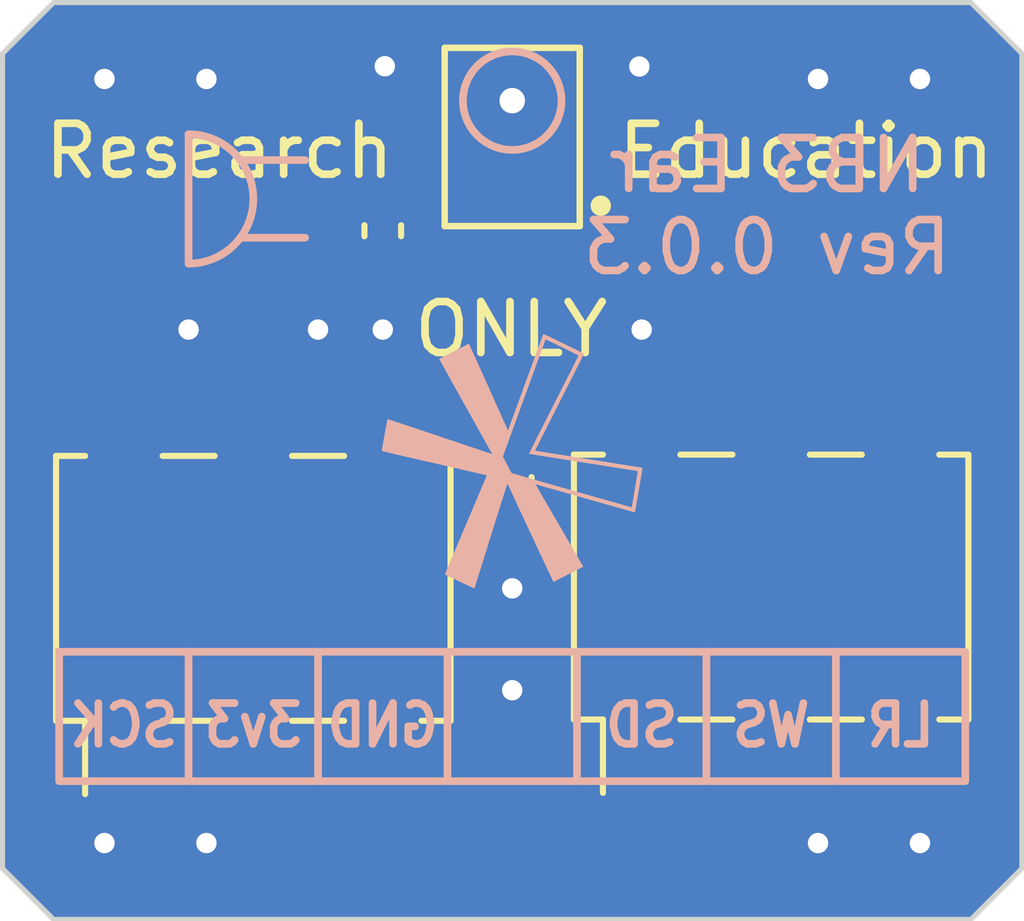
<source format=kicad_pcb>
(kicad_pcb (version 20240108) (generator "pcbnew") (generator_version "8.0")
  (title_block (title "NB3 Ear") (date "2023-11-29") (rev "0.0.3") (company "Voight-Kampff") (comment 1 "MEMS microphone with I2S interface PCB"))
  (layers (0 "F.Cu" signal) (31 "B.Cu" signal) (34 "B.Paste" user) (35 "F.Paste" user) (36 "B.SilkS" user "B.Silkscreen") (37 "F.SilkS" user "F.Silkscreen") (38 "B.Mask" user) (39 "F.Mask" user) (44 "Edge.Cuts" user))
  (net 0 "")
  (net 1 "+3.3V")
  (net 2 "GND")
  (net 3 "/SCK")
  (net 4 "/SD")
  (net 5 "/WS")
  (net 6 "/LR")
  (footprint "NB3_ear:Mic_ICS-43434" (layer "F.Cu") (at 151.08 100.914 180)
    (property "Reference" "MK1" (hide yes))
    (property "Value" "Mic_ICS-43434" (hide yes))
    (fp_poly (pts (xy -0.01 -0.1) (xy -0.01 0.2) (xy -0.036168 0.200685) (xy -0.062264 0.202739) (xy -0.088217 0.206156) (xy -0.113956 0.210926) (xy -0.13941 0.217037) (xy -0.164508 0.224472) (xy -0.189184 0.23321) (xy -0.213368 0.243227) (xy -0.236995 0.254497) (xy -0.26 0.266987) (xy -0.28232 0.280665) (xy -0.303893 0.295492) (xy -0.32466 0.311427) (xy -0.344565 0.328428) (xy -0.363553 0.346447) (xy -0.381572 0.365435) (xy -0.398573 0.38534) (xy -0.414508 0.406107) (xy -0.429335 0.42768) (xy -0.443013 0.45) (xy -0.455503 0.473005) (xy -0.466773 0.496632) (xy -0.47679 0.520816) (xy -0.485528 0.545492) (xy -0.492963 0.57059) (xy -0.499074 0.596044) (xy -0.503844 0.621783) (xy -0.507261 0.647736) (xy -0.509315 0.673832) (xy -0.51 0.7) (xy -0.51 0.72) (xy -0.509301 0.746691) (xy -0.507206 0.77331) (xy -0.503721 0.799782) (xy -0.498855 0.826035) (xy -0.492622 0.851998) (xy -0.485039 0.877599) (xy -0.476126 0.902768) (xy -0.465908 0.927436) (xy -0.454413 0.951535) (xy -0.441673 0.975) (xy -0.427722 0.997766) (xy -0.412599 1.01977) (xy -0.396344 1.040953) (xy -0.379004 1.061257) (xy -0.360624 1.080624) (xy -0.341257 1.099004) (xy -0.320953 1.116344) (xy -0.29977 1.132599) (xy -0.277766 1.147722) (xy -0.255 1.161673) (xy -0.231535 1.174413) (xy -0.207436 1.185908) (xy -0.182768 1.196126) (xy -0.157599 1.205039) (xy -0.131998 1.212622) (xy -0.106035 1.218855) (xy -0.079782 1.223721) (xy -0.05331 1.227206) (xy -0.026691 1.229301) (xy 0 1.23) (xy 0.01 1.23) (xy 0.036168 1.229315) (xy 0.062264 1.227261) (xy 0.088217 1.223844) (xy 0.113956 1.219074) (xy 0.13941 1.212963) (xy 0.164508 1.205528) (xy 0.189184 1.19679) (xy 0.213368 1.186773) (xy 0.236995 1.175503) (xy 0.26 1.163013) (xy 0.28232 1.149335) (xy 0.303893 1.134508) (xy 0.32466 1.118573) (xy 0.344565 1.101572) (xy 0.363553 1.083553) (xy 0.381572 1.064565) (xy 0.398573 1.04466) (xy 0.414508 1.023893) (xy 0.429335 1.00232) (xy 0.443013 0.98) (xy 0.455503 0.956995) (xy 0.466773 0.933368) (xy 0.47679 0.909184) (xy 0.485528 0.884508) (xy 0.492963 0.85941) (xy 0.499074 0.833956) (xy 0.503844 0.808217) (xy 0.507261 0.782264) (xy 0.509315 0.756168) (xy 0.51 0.73) (xy 0.51 0.7) (xy 0.509315 0.673832) (xy 0.507261 0.647736) (xy 0.503844 0.621783) (xy 0.499074 0.596044) (xy 0.492963 0.57059) (xy 0.485528 0.545492) (xy 0.47679 0.520816) (xy 0.466773 0.496632) (xy 0.455503 0.473005) (xy 0.443013 0.45) (xy 0.429335 0.42768) (xy 0.414508 0.406107) (xy 0.398573 0.38534) (xy 0.381572 0.365435) (xy 0.363553 0.346447) (xy 0.344565 0.328428) (xy 0.32466 0.311427) (xy 0.303893 0.295492) (xy 0.28232 0.280665) (xy 0.26 0.266987) (xy 0.236995 0.254497) (xy 0.213368 0.243227) (xy 0.189184 0.23321) (xy 0.164508 0.224472) (xy 0.13941 0.217037) (xy 0.113956 0.210926) (xy 0.088217 0.206156) (xy 0.062264 0.202739) (xy 0.036168 0.200685) (xy 0.01 0.2) (xy 0.01 -0.1) (xy 0.02 -0.1) (xy 0.061345 -0.098917) (xy 0.102577 -0.095672) (xy 0.143583 -0.090274) (xy 0.18425 -0.082737) (xy 0.224467 -0.073081) (xy 0.264123 -0.061335) (xy 0.303111 -0.047529) (xy 0.341322 -0.031701) (xy 0.378652 -0.013895) (xy 0.415 0.00584) (xy 0.450265 0.02745) (xy 0.48435 0.050877) (xy 0.517163 0.076055) (xy 0.548613 0.102916) (xy 0.578614 0.131386) (xy 0.607084 0.161387) (xy 0.633945 0.192837) (xy 0.659123 0.22565) (xy 0.68255 0.259735) (xy 0.70416 0.295) (xy 0.723895 0.331348) (xy 0.741701 0.368678) (xy 0.757529 0.406889) (xy 0.771335 0.445877) (xy 0.783081 0.485533) (xy 0.792737 0.52575) (xy 0.800274 0.566417) (xy 0.805672 0.607423) (xy 0.808917 0.648655) (xy 0.81 0.69) (xy 0.81 0.72) (xy 0.80889 0.762392) (xy 0.805563 0.804668) (xy 0.800028 0.846712) (xy 0.7923 0.888408) (xy 0.7824 0.929643) (xy 0.770356 0.970304) (xy 0.7562 1.010278) (xy 0.739972 1.049457) (xy 0.721715 1.087732) (xy 0.701481 1.125) (xy 0.679323 1.161158) (xy 0.655304 1.196106) (xy 0.629488 1.22975) (xy 0.601947 1.261996) (xy 0.572756 1.292756) (xy 0.541996 1.321947) (xy 0.50975 1.349488) (xy 0.476106 1.375304) (xy 0.441158 1.399323) (xy 0.405 1.421481) (xy 0.367732 1.441715) (xy 0.329457 1.459972) (xy 0.290278 1.4762) (xy 0.250304 1.490356) (xy 0.209643 1.5024) (xy 0.168408 1.5123) (xy 0.126712 1.520028) (xy 0.084668 1.525563) (xy 0.042392 1.52889) (xy 0 1.53) (xy -0.01 1.53) (xy -0.051869 1.528904) (xy -0.093623 1.525618) (xy -0.135148 1.520151) (xy -0.176329 1.512518) (xy -0.217055 1.502741) (xy -0.257214 1.490845) (xy -0.296694 1.476864) (xy -0.335389 1.460836) (xy -0.373192 1.442805) (xy -0.41 1.42282) (xy -0.445711 1.400936) (xy -0.480228 1.377214) (xy -0.513456 1.351717) (xy -0.545304 1.324516) (xy -0.575685 1.295685) (xy -0.604516 1.265304) (xy -0.631717 1.233456) (xy -0.657214 1.200228) (xy -0.680936 1.165711) (xy -0.70282 1.13) (xy -0.722805 1.093192) (xy -0.740836 1.055389) (xy -0.756864 1.016694) (xy -0.770845 0.977214) (xy -0.782741 0.937055) (xy -0.792518 0.896329) (xy -0.800151 0.855148) (xy -0.805618 0.813623) (xy -0.808904 0.771869) (xy -0.81 0.73) (xy -0.81 0.7) (xy -0.808904 0.658131) (xy -0.805618 0.616377) (xy -0.800151 0.574852) (xy -0.792518 0.533671) (xy -0.782741 0.492945) (xy -0.770845 0.452786) (xy -0.756864 0.413306) (xy -0.740836 0.374611) (xy -0.722805 0.336808) (xy -0.70282 0.3) (xy -0.680936 0.264289) (xy -0.657214 0.229772) (xy -0.631717 0.196544) (xy -0.604516 0.164696) (xy -0.575685 0.134315) (xy -0.545304 0.105484) (xy -0.513456 0.078283) (xy -0.480228 0.052786) (xy -0.445711 0.029064) (xy -0.41 0.00718) (xy -0.373192 -0.012805) (xy -0.335389 -0.030836) (xy -0.296694 -0.046864) (xy -0.257214 -0.060845) (xy -0.217055 -0.072741) (xy -0.176329 -0.082518) (xy -0.135148 -0.090151) (xy -0.093623 -0.095618) (xy -0.051869 -0.098904) (xy -0.01 -0.1)) (stroke (width 0.001)) (fill solid) (layer "F.Cu"))
    (fp_line (start 1.325 1.75) (end 1.325 -1.75) (stroke (width 0.127)) (layer "F.SilkS"))
    (fp_line (start 1.325 -1.75) (end -1.325 -1.75) (stroke (width 0.127)) (layer "F.SilkS"))
    (fp_line (start -1.325 1.75) (end 1.325 1.75) (stroke (width 0.127)) (layer "F.SilkS"))
    (fp_line (start -1.325 -1.75) (end -1.325 1.75) (stroke (width 0.127)) (layer "F.SilkS"))
    (fp_circle (center -1.7375 -1.35) (end -1.6375 -1.35) (stroke (width 0.2)) (fill none) (layer "F.SilkS"))
    (pad "" np_thru_hole circle (at 0 0.713 180) (size 0.5 0.5) (drill 0.5) (layers "*.Cu" "*.Mask"))
    (pad "1" smd rect (at -0.9 -1.361 180) (size 0.6 0.522) (layers "F.Cu" "F.Mask") (net 5 "/WS"))
    (pad "2" smd rect (at -0.9 -0.539 180) (size 0.6 0.522) (layers "F.Cu" "F.Mask") (net 6 "/LR"))
    (pad "4" smd rect (at 0.9 -0.539 180) (size 0.6 0.522) (layers "F.Cu" "F.Mask") (net 3 "/SCK"))
    (pad "5" smd rect (at 0.9 -1.361 180) (size 0.6 0.522) (layers "F.Cu" "F.Mask") (net 1 "+3.3V"))
    (pad "6" smd rect (at 0 -1.361 180) (size 0.6 0.522) (layers "F.Cu" "F.Mask") (net 4 "/SD"))
  )
  (footprint "Capacitor_SMD:C_0402_1005Metric" (layer "F.Cu") (at 148.54 102.755 -90)
    (property "Reference" "C1" (hide yes))
    (property "Value" "0.1 uF" (hide yes))
    (fp_line (start -0.107836 0.36) (end 0.107836 0.36) (stroke (width 0.12)) (layer "F.SilkS"))
    (fp_line (start -0.107836 -0.36) (end 0.107836 -0.36) (stroke (width 0.12)) (layer "F.SilkS"))
    (pad "1" smd roundrect (at -0.48 0 270) (size 0.56 0.62) (layers "F.Cu" "F.Paste" "F.Mask") (net 1 "+3.3V"))
    (pad "2" smd roundrect (at 0.48 0 270) (size 0.56 0.62) (layers "F.Cu" "F.Paste" "F.Mask") (net 2 "GND"))
  )
  (footprint "Resistor_SMD:R_0402_1005Metric" (layer "F.Cu") (at 151.08 107.745 90)
    (property "Reference" "R1" (hide yes))
    (property "Value" "100k" (hide yes))
    (fp_line (start -0.153641 -0.38) (end 0.153641 -0.38) (stroke (width 0.12)) (layer "F.SilkS"))
    (fp_line (start -0.153641 0.38) (end 0.153641 0.38) (stroke (width 0.12)) (layer "F.SilkS"))
    (pad "1" smd roundrect (at -0.51 0 90) (size 0.54 0.64) (layers "F.Cu" "F.Paste" "F.Mask") (net 2 "GND"))
    (pad "2" smd roundrect (at 0.51 0 90) (size 0.54 0.64) (layers "F.Cu" "F.Paste" "F.Mask") (net 4 "/SD"))
  )
  (footprint "Connector_PinHeader_2.54mm:PinHeader_2x03_P2.54mm_Vertical_SMD" (layer "F.Cu") (at 156.16 109.75 90)
    (property "Reference" "J2" (hide yes))
    (property "Value" "Conn_02x03_Odd_Even" (hide yes))
    (fp_line (start 2.6 -3.87) (end 2.6 -3.3) (stroke (width 0.12)) (layer "F.SilkS"))
    (fp_line (start -2.6 -3.87) (end 2.6 -3.87) (stroke (width 0.12)) (layer "F.SilkS"))
    (fp_line (start -2.6 -3.87) (end -2.6 -3.3) (stroke (width 0.12)) (layer "F.SilkS"))
    (fp_line (start -4.04 -3.3) (end -2.6 -3.3) (stroke (width 0.12)) (layer "F.SilkS"))
    (fp_line (start 2.6 -1.78) (end 2.6 -0.76) (stroke (width 0.12)) (layer "F.SilkS"))
    (fp_line (start -2.6 -1.78) (end -2.6 -0.76) (stroke (width 0.12)) (layer "F.SilkS"))
    (fp_line (start 2.6 0.76) (end 2.6 1.78) (stroke (width 0.12)) (layer "F.SilkS"))
    (fp_line (start -2.6 0.76) (end -2.6 1.78) (stroke (width 0.12)) (layer "F.SilkS"))
    (fp_line (start 2.6 3.3) (end 2.6 3.87) (stroke (width 0.12)) (layer "F.SilkS"))
    (fp_line (start -2.6 3.3) (end -2.6 3.87) (stroke (width 0.12)) (layer "F.SilkS"))
    (fp_line (start -2.6 3.87) (end 2.6 3.87) (stroke (width 0.12)) (layer "F.SilkS"))
    (pad "1" smd rect (at -2.525 -2.54 90) (size 3.15 1) (layers "F.Cu" "F.Paste" "F.Mask") (net 4 "/SD"))
    (pad "2" smd rect (at 2.525 -2.54 90) (size 3.15 1) (layers "F.Cu" "F.Paste" "F.Mask") (net 4 "/SD"))
    (pad "3" smd rect (at -2.525 0 90) (size 3.15 1) (layers "F.Cu" "F.Paste" "F.Mask") (net 5 "/WS"))
    (pad "4" smd rect (at 2.525 0 90) (size 3.15 1) (layers "F.Cu" "F.Paste" "F.Mask") (net 5 "/WS"))
    (pad "5" smd rect (at -2.525 2.54 90) (size 3.15 1) (layers "F.Cu" "F.Paste" "F.Mask") (net 6 "/LR"))
    (pad "6" smd rect (at 2.525 2.54 90) (size 3.15 1) (layers "F.Cu" "F.Paste" "F.Mask") (net 6 "/LR"))
  )
  (footprint "Connector_PinHeader_2.54mm:PinHeader_2x03_P2.54mm_Vertical_SMD" (layer "F.Cu") (at 146 109.775 90)
    (property "Reference" "J1" (hide yes))
    (property "Value" "Conn_02x03_Odd_Even" (hide yes))
    (fp_line (start 2.6 -3.87) (end 2.6 -3.3) (stroke (width 0.12)) (layer "F.SilkS"))
    (fp_line (start -2.6 -3.87) (end 2.6 -3.87) (stroke (width 0.12)) (layer "F.SilkS"))
    (fp_line (start -2.6 -3.87) (end -2.6 -3.3) (stroke (width 0.12)) (layer "F.SilkS"))
    (fp_line (start -4.04 -3.3) (end -2.6 -3.3) (stroke (width 0.12)) (layer "F.SilkS"))
    (fp_line (start 2.6 -1.78) (end 2.6 -0.76) (stroke (width 0.12)) (layer "F.SilkS"))
    (fp_line (start -2.6 -1.78) (end -2.6 -0.76) (stroke (width 0.12)) (layer "F.SilkS"))
    (fp_line (start 2.6 0.76) (end 2.6 1.78) (stroke (width 0.12)) (layer "F.SilkS"))
    (fp_line (start -2.6 0.76) (end -2.6 1.78) (stroke (width 0.12)) (layer "F.SilkS"))
    (fp_line (start 2.6 3.3) (end 2.6 3.87) (stroke (width 0.12)) (layer "F.SilkS"))
    (fp_line (start -2.6 3.3) (end -2.6 3.87) (stroke (width 0.12)) (layer "F.SilkS"))
    (fp_line (start -2.6 3.87) (end 2.6 3.87) (stroke (width 0.12)) (layer "F.SilkS"))
    (pad "1" smd rect (at -2.525 -2.54 90) (size 3.15 1) (layers "F.Cu" "F.Paste" "F.Mask") (net 3 "/SCK"))
    (pad "2" smd rect (at 2.525 -2.54 90) (size 3.15 1) (layers "F.Cu" "F.Paste" "F.Mask") (net 3 "/SCK"))
    (pad "3" smd rect (at -2.525 0 90) (size 3.15 1) (layers "F.Cu" "F.Paste" "F.Mask") (net 1 "+3.3V"))
    (pad "4" smd rect (at 2.525 0 90) (size 3.15 1) (layers "F.Cu" "F.Paste" "F.Mask") (net 1 "+3.3V"))
    (pad "5" smd rect (at -2.525 2.54 90) (size 3.15 1) (layers "F.Cu" "F.Paste" "F.Mask") (net 2 "GND"))
    (pad "6" smd rect (at 2.525 2.54 90) (size 3.15 1) (layers "F.Cu" "F.Paste" "F.Mask") (net 2 "GND"))
  )
  (footprint "NB3_ear:Logo_VK_5mm" (layer "B.Cu") (at 151.08 107.275 180)
    (property "Reference" "G***" (hide yes))
    (property "Value" "LOGO" (hide yes))
    (fp_poly (pts (xy -0.608358 2.490005) (xy -0.603434 2.476985) (xy -0.595619 2.456006) (xy -0.58506 2.427472) (xy -0.571905 2.391783) (xy -0.556299 2.34934) (xy -0.53839 2.300545) (xy -0.518325 2.245799) (xy -0.496251 2.185503) (xy -0.472315 2.120059) (xy -0.446664 2.049868) (xy -0.419444 1.975332) (xy -0.390802 1.896851) (xy -0.360886 1.814827) (xy -0.329842 1.729662) (xy -0.297818 1.641756) (xy -0.26496 1.551511) (xy -0.263079 1.546345) (xy -0.230199 1.456056) (xy -0.198147 1.368128) (xy -0.167069 1.282959) (xy -0.137112 1.200948) (xy -0.108424 1.122494) (xy -0.081149 1.047993) (xy -0.055435 0.977845) (xy -0.031428 0.912449) (xy -0.009275 0.852202) (xy 0.010879 0.797503) (xy 0.028885 0.74875) (xy 0.044599 0.706342) (xy 0.057873 0.670677) (xy 0.068561 0.642153) (xy 0.076516 0.621169) (xy 0.081593 0.608123) (xy 0.083644 0.603413) (xy 0.083669 0.603405) (xy 0.08583 0.607772) (xy 0.091611 0.620245) (xy 0.10083 0.640418) (xy 0.113306 0.667889) (xy 0.128856 0.702251) (xy 0.147299 0.743101) (xy 0.168452 0.790035) (xy 0.192134 0.842646) (xy 0.218163 0.900532) (xy 0.246356 0.963287) (xy 0.276533 1.030507) (xy 0.30851 1.101787) (xy 0.342105 1.176723) (xy 0.377138 1.254911) (xy 0.413426 1.335945) (xy 0.450787 1.419421) (xy 0.466144 1.453749) (xy 0.503882 1.538074) (xy 0.540625 1.620104) (xy 0.576191 1.699436) (xy 0.610397 1.775665) (xy 0.643062 1.84839) (xy 0.674004 1.917206) (xy 0.70304 1.981709) (xy 0.729988 2.041497) (xy 0.754667 2.096165) (xy 0.776895 2.145311) (xy 0.796488 2.18853) (xy 0.813266 2.22542) (xy 0.827046 2.255577) (xy 0.837647 2.278597) (xy 0.844885 2.294076) (xy 0.848579 2.301612) (xy 0.849026 2.302312) (xy 0.853668 2.30025) (xy 0.865782 2.294341) (xy 0.884553 2.285002) (xy 0.909165 2.272649) (xy 0.938801 2.257699) (xy 0.972646 2.240569) (xy 1.009882 2.221676) (xy 1.049695 2.201435) (xy 1.091268 2.180264) (xy 1.133785 2.158579) (xy 1.17643 2.136797) (xy 1.218387 2.115335) (xy 1.258839 2.094609) (xy 1.296971 2.075035) (xy 1.331967 2.057031) (xy 1.363009 2.041013) (xy 1.389283 2.027398) (xy 1.409972 2.016602) (xy 1.42426 2.009042) (xy 1.431332 2.005135) (xy 1.43193 2.004731) (xy 1.43001 2.000403) (xy 1.423732 1.988305) (xy 1.413297 1.968799) (xy 1.398904 1.942246) (xy 1.380752 1.909008) (xy 1.359043 1.869444) (xy 1.333976 1.823918) (xy 1.305751 1.772789) (xy 1.274568 1.71642) (xy 1.240627 1.655172) (xy 1.204127 1.589405) (xy 1.16527 1.519481) (xy 1.124254 1.445762) (xy 1.08128 1.368609) (xy 1.036547 1.288382) (xy 0.990256 1.205443) (xy 0.942607 1.120154) (xy 0.914223 1.069388) (xy 0.865864 0.982912) (xy 0.81872 0.898597) (xy 0.772993 0.816805) (xy 0.728884 0.737894) (xy 0.686594 0.662225) (xy 0.646323 0.590158) (xy 0.608274 0.522054) (xy 0.572647 0.458272) (xy 0.539643 0.399172) (xy 0.509464 0.345115) (xy 0.48231 0.296461) (xy 0.458383 0.25357) (xy 0.437883 0.216801) (xy 0.421013 0.186516) (xy 0.407972 0.163074) (xy 0.398962 0.146836) (xy 0.394184 0.138161) (xy 0.393431 0.136737) (xy 0.397819 0.138132) (xy 0.410653 0.14237) (xy 0.431544 0.14932) (xy 0.460104 0.158854) (xy 0.495945 0.170839) (xy 0.538677 0.185146) (xy 0.587912 0.201644) (xy 0.643263 0.220203) (xy 0.70434 0.240693) (xy 0.770755 0.262983) (xy 0.84212 0.286943) (xy 0.918045 0.312443) (xy 0.998144 0.339352) (xy 1.082027 0.36754) (xy 1.169305 0.396877) (xy 1.259591 0.427232) (xy 1.352496 0.458475) (xy 1.418518 0.480683) (xy 1.513041 0.512464) (xy 1.605232 0.543433) (xy 1.694702 0.57346) (xy 1.781063 0.602415) (xy 1.863923 0.630168) (xy 1.942895 0.65659) (xy 2.017588 0.681551) (xy 2.087614 0.704921) (xy 2.152581 0.726571) (xy 2.212102 0.74637) (xy 2.265787 0.76419) (xy 2.313246 0.7799) (xy 2.354089 0.793371) (xy 2.387928 0.804472) (xy 2.414373 0.813076) (xy 2.433033 0.81905) (xy 2.443521 0.822267) (xy 2.44579 0.82281) (xy 2.447351 0.817607) (xy 2.450348 0.804185) (xy 2.454613 0.783454) (xy 2.45998 0.756326) (xy 2.466283 0.723712) (xy 2.473357 0.686522) (xy 2.481034 0.645669) (xy 2.489149 0.602063) (xy 2.497536 0.556615) (xy 2.506028 0.510236) (xy 2.514459 0.463838) (xy 2.522664 0.418332) (xy 2.530475 0.374629) (xy 2.537727 0.333639) (xy 2.544254 0.296275) (xy 2.54989 0.263447) (xy 2.554467 0.236067) (xy 2.557821 0.215045) (xy 2.559785 0.201294) (xy 2.560193 0.195723) (xy 2.560157 0.195661) (xy 2.555318 0.1943) (xy 2.541799 0.190955) (xy 2.520007 0.185722) (xy 2.490348 0.178694) (xy 2.453229 0.169965) (xy 2.409056 0.15963) (xy 2.358237 0.147784) (xy 2.301178 0.134519) (xy 2.238285 0.119932) (xy 2.169965 0.104115) (xy 2.096625 0.087164) (xy 2.018671 0.069172) (xy 1.93651 0.050234) (xy 1.850549 0.030444) (xy 1.761195 0.009897) (xy 1.668853 -0.011314) (xy 1.573931 -0.033095) (xy 1.529555 -0.043269) (xy 1.433603 -0.065271) (xy 1.340055 -0.08674) (xy 1.249315 -0.107581) (xy 1.161791 -0.127701) (xy 1.077888 -0.147005) (xy 0.998012 -0.1654) (xy 0.922568 -0.182792) (xy 0.851964 -0.199087) (xy 0.786605 -0.214191) (xy 0.726897 -0.22801) (xy 0.673246 -0.240451) (xy 0.626057 -0.25142) (xy 0.585738 -0.260822) (xy 0.552693 -0.268565) (xy 0.527329 -0.274553) (xy 0.510052 -0.278694) (xy 0.501268 -0.280894) (xy 0.50019 -0.281228) (xy 0.501744 -0.285698) (xy 0.506791 -0.29836) (xy 0.51517 -0.318831) (xy 0.526719 -0.346728) (xy 0.541277 -0.381669) (xy 0.558683 -0.423271) (xy 0.578774 -0.47115) (xy 0.601391 -0.524924) (xy 0.626371 -0.58421) (xy 0.653553 -0.648626) (xy 0.682776 -0.717787) (xy 0.713878 -0.791313) (xy 0.746698 -0.868819) (xy 0.781075 -0.949922) (xy 0.816847 -1.034241) (xy 0.853852 -1.121392) (xy 0.89193 -1.210992) (xy 0.910446 -1.254534) (xy 0.948977 -1.345175) (xy 0.986507 -1.433554) (xy 1.022874 -1.519289) (xy 1.057917 -1.601997) (xy 1.091474 -1.681294) (xy 1.123386 -1.756797) (xy 1.15349 -1.828124) (xy 1.181627 -1.89489) (xy 1.207633 -1.956714) (xy 1.231349 -2.013211) (xy 1.252614 -2.063999) (xy 1.271266 -2.108694) (xy 1.287144 -2.146913) (xy 1.300087 -2.178274) (xy 1.309934 -2.202393) (xy 1.316524 -2.218887) (xy 1.319696 -2.227372) (xy 1.319958 -2.228487) (xy 1.315372 -2.230914) (xy 1.303214 -2.236916) (xy 1.284319 -2.246097) (xy 1.259526 -2.258058) (xy 1.22967 -2.272401) (xy 1.19559 -2.288728) (xy 1.158121 -2.30664) (xy 1.118101 -2.325741) (xy 1.076367 -2.345631) (xy 1.033756 -2.365913) (xy 0.991104 -2.386188) (xy 0.949248 -2.406059) (xy 0.909025 -2.425127) (xy 0.871273 -2.442995) (xy 0.836828 -2.459264) (xy 0.806527 -2.473537) (xy 0.781207 -2.485414) (xy 0.761705 -2.494499) (xy 0.748857 -2.500393) (xy 0.743501 -2.502697) (xy 0.743413 -2.502715) (xy 0.741321 -2.498538) (xy 0.737073 -2.487119) (xy 0.731255 -2.470122) (xy 0.724454 -2.449214) (xy 0.723316 -2.445623) (xy 0.720208 -2.435736) (xy 0.714456 -2.417386) (xy 0.706196 -2.391008) (xy 0.695564 -2.357034) (xy 0.682696 -2.315901) (xy 0.667726 -2.268041) (xy 0.650792 -2.213889) (xy 0.632028 -2.15388) (xy 0.611571 -2.088446) (xy 0.589556 -2.018023) (xy 0.566118 -1.943045) (xy 0.541395 -1.863946) (xy 0.51552 -1.781159) (xy 0.488631 -1.69512) (xy 0.460863 -1.606262) (xy 0.432351 -1.51502) (xy 0.403232 -1.421827) (xy 0.400485 -1.413037) (xy 0.365485 -1.30105) (xy 0.333146 -1.197652) (xy 0.30337 -1.102529) (xy 0.276055 -1.015369) (xy 0.251101 -0.935859) (xy 0.228407 -0.863684) (xy 0.207873 -0.798533) (xy 0.189398 -0.740091) (xy 0.172883 -0.688045) (xy 0.158225 -0.642083) (xy 0.145326 -0.60189) (xy 0.134084 -0.567155) (xy 0.124398 -0.537562) (xy 0.11617 -0.5128) (xy 0.109297 -0.492556) (xy 0.103679 -0.476515) (xy 0.099217 -0.464364) (xy 0.095808 -0.455791) (xy 0.093354 -0.450482) (xy 0.091753 -0.448124) (xy 0.090954 -0.448277) (xy 0.085542 -0.460305) (xy 0.076596 -0.479876) (xy 0.064329 -0.506533) (xy 0.048954 -0.539821) (xy 0.030685 -0.579283) (xy 0.009735 -0.624461) (xy -0.013684 -0.674899) (xy -0.039356 -0.730141) (xy -0.067071 -0.78973) (xy -0.096613 -0.85321) (xy -0.127771 -0.920122) (xy -0.16033 -0.990012) (xy -0.194077 -1.062422) (xy -0.2288 -1.136895) (xy -0.264285 -1.212975) (xy -0.300318 -1.290206) (xy -0.336687 -1.36813) (xy -0.373179 -1.446291) (xy -0.409579 -1.524232) (xy -0.445675 -1.601497) (xy -0.481254 -1.677628) (xy -0.516102 -1.75217) (xy -0.550006 -1.824666) (xy -0.582753 -1.894658) (xy -0.61413 -1.961691) (xy -0.643923 -2.025308) (xy -0.671919 -2.085051) (xy -0.697905 -2.140464) (xy -0.721667 -2.191092) (xy -0.742993 -2.236476) (xy -0.761669 -2.27616) (xy -0.777483 -2.309688) (xy -0.790219 -2.336603) (xy -0.799667 -2.356449) (xy -0.805611 -2.368768) (xy -0.807839 -2.373103) (xy -0.807845 -2.373106) (xy -0.812637 -2.371045) (xy -0.824858 -2.365152) (xy -0.843698 -2.355839) (xy -0.868349 -2.343519) (xy -0.898001 -2.328606) (xy -0.931844 -2.311512) (xy -0.969071 -2.292652) (xy -1.00887 -2.272437) (xy -1.050434 -2.251282) (xy -1.092953 -2.2296) (xy -1.135617 -2.207804) (xy -1.177618 -2.186307) (xy -1.218146 -2.165522) (xy -1.256391 -2.145863) (xy -1.291546 -2.127742) (xy -1.322799 -2.111574) (xy -1.349343 -2.097771) (xy -1.370367 -2.086746) (xy -1.385064 -2.078913) (xy -1.392622 -2.074685) (xy -1.393479 -2.074065) (xy -1.391174 -2.069853) (xy -1.384409 -2.057962) (xy -1.373407 -2.038777) (xy -1.35839 -2.01268) (xy -1.339579 -1.980054) (xy -1.317196 -1.941283) (xy -1.291462 -1.896749) (xy -1.262598 -1.846836) (xy -1.230827 -1.791926) (xy -1.196371 -1.732404) (xy -1.15945 -1.66865) (xy -1.120286 -1.60105) (xy -1.079101 -1.529985) (xy -1.036117 -1.455839) (xy -0.991554 -1.378996) (xy -0.945636 -1.299837) (xy -0.92562 -1.265339) (xy -0.879202 -1.185331) (xy -0.834052 -1.107487) (xy -0.790391 -1.032191) (xy -0.74844 -0.959825) (xy -0.708421 -0.890769) (xy -0.670554 -0.825407) (xy -0.635061 -0.764121) (xy -0.602162 -0.707292) (xy -0.572079 -0.655303) (xy -0.545033 -0.608536) (xy -0.521245 -0.567372) (xy -0.500936 -0.532195) (xy -0.484327 -0.503385) (xy -0.47164 -0.481325) (xy -0.463095 -0.466397) (xy -0.458913 -0.458983) (xy -0.458512 -0.4582) (xy -0.462997 -0.459373) (xy -0.476039 -0.46298) (xy -0.497232 -0.468907) (xy -0.526168 -0.477037) (xy -0.562439 -0.487256) (xy -0.605637 -0.499448) (xy -0.655356 -0.513498) (xy -0.711186 -0.52929) (xy -0.772722 -0.546709) (xy -0.839555 -0.56564) (xy -0.911277 -0.585966) (xy -0.987481 -0.607574) (xy -1.06776 -0.630347) (xy -1.151705 -0.65417) (xy -1.23891 -0.678928) (xy -1.328966 -0.704505) (xy -1.421467 -0.730786) (xy -1.433072 -0.734084) (xy -1.525849 -0.760444) (xy -1.616234 -0.786115) (xy -1.703818 -0.810979) (xy -1.788196 -0.834923) (xy -1.868958 -0.857831) (xy -1.945697 -0.879588) (xy -2.018006 -0.900077) (xy -2.085476 -0.919184) (xy -2.1477 -0.936794) (xy -2.204271 -0.95279) (xy -2.254781 -0.967059) (xy -2.298821 -0.979483) (xy -2.335985 -0.989948) (xy -2.365864 -0.998339) (xy -2.388051 -1.00454) (xy -2.402139 -1.008436) (xy -2.407719 -1.009911) (xy -2.407798 -1.00992) (xy -2.408824 -1.005184) (xy -2.411271 -0.992041) (xy -2.415008 -0.971262) (xy -2.419903 -0.943616) (xy -2.425825 -0.909871) (xy -2.43264 -0.870797) (xy -2.440219 -0.827164) (xy -2.448428 -0.77974) (xy -2.457136 -0.729295) (xy -2.466211 -0.676598) (xy -2.475521 -0.622419) (xy -2.484935 -0.567527) (xy -2.494321 -0.512691) (xy -2.503546 -0.458681) (xy -2.512479 -0.406265) (xy -2.520989 -0.356214) (xy -2.528943 -0.309296) (xy -2.536209 -0.26628) (xy -2.542656 -0.227937) (xy -2.54723 -0.200555) (xy -2.462309 -0.200555) (xy -2.461977 -0.205385) (xy -2.460205 -0.218538) (xy -2.457138 -0.239149) (xy -2.452921 -0.266354) (xy -2.447697 -0.299291) (xy -2.441611 -0.337095) (xy -2.434808 -0.378902) (xy -2.427431 -0.42385) (xy -2.419625 -0.471075) (xy -2.411534 -0.519712) (xy -2.403303 -0.568899) (xy -2.395075 -0.617772) (xy -2.386996 -0.665466) (xy -2.379209 -0.711119) (xy -2.371859 -0.753867) (xy -2.36509 -0.792846) (xy -2.359046 -0.827192) (xy -2.353872 -0.856043) (xy -2.349712 -0.878533) (xy -2.34671 -0.8938) (xy -2.345687 -0.898463) (xy -2.341095 -0.906452) (xy -2.33556 -0.906831) (xy -2.330469 -0.905377) (xy -2.316786 -0.901484) (xy -2.294886 -0.895259) (xy -2.265145 -0.886809) (xy -2.227939 -0.876239) (xy -2.183641 -0.863656) (xy -2.132628 -0.849168) (xy -2.075275 -0.83288) (xy -2.011956 -0.814899) (xy -1.943048 -0.795331) (xy -1.868925 -0.774284) (xy -1.789962 -0.751864) (xy -1.706535 -0.728176) (xy -1.619019 -0.703329) (xy -1.527789 -0.677427) (xy -1.433221 -0.650579) (xy -1.335689 -0.62289) (xy -1.235569 -0.594467) (xy -1.160477 -0.57315) (xy -1.028096 -0.535553) (xy -0.904521 -0.500421) (xy -0.789581 -0.467706) (xy -0.683107 -0.437359) (xy -0.584928 -0.409329) (xy -0.494875 -0.383568) (xy -0.412778 -0.360027) (xy -0.338466 -0.338657) (xy -0.27177 -0.319408) (xy -0.21252 -0.30223) (xy -0.160546 -0.287076) (xy -0.115678 -0.273896) (xy -0.077746 -0.26264) (xy -0.04658 -0.253259) (xy -0.022009 -0.245705) (xy -0.003865 -0.239927) (xy 0.008022 -0.235877) (xy 0.013824 -0.233506) (xy 0.014432 -0.233084) (xy 0.018187 -0.227077) (xy 0.025642 -0.213731) (xy 0.03628 -0.194023) (xy 0.049586 -0.168926) (xy 0.065042 -0.139415) (xy 0.082132 -0.106465) (xy 0.10034 -0.071051) (xy 0.101945 -0.067914) (xy 0.182018 0.088611) (xy -0.235815 1.236241) (xy -0.272106 1.335911) (xy -0.307569 1.433285) (xy -0.342071 1.528) (xy -0.37548 1.619692) (xy -0.407663 1.708001) (xy -0.438487 1.792561) (xy -0.46782 1.87301) (xy -0.495529 1.948985) (xy -0.521483 2.020124) (xy -0.545548 2.086062) (xy -0.567592 2.146438) (xy -0.587483 2.200888) (xy -0.605089 2.249048) (xy -0.620275 2.290557) (xy -0.632911 2.325051) (xy -0.642864 2.352166) (xy -0.650001 2.371541) (xy -0.654189 2.382812) (xy -0.655329 2.385751) (xy -0.659758 2.38417) (xy -0.671751 2.378816) (xy -0.690526 2.370073) (xy -0.715303 2.358324) (xy -0.745303 2.343953) (xy -0.779744 2.327342) (xy -0.817846 2.308874) (xy -0.858829 2.288934) (xy -0.901913 2.267904) (xy -0.946317 2.246167) (xy -0.991261 2.224107) (xy -1.035965 2.202107) (xy -1.079647 2.18055) (xy -1.121529 2.159819) (xy -1.160828 2.140298) (xy -1.196766 2.12237) (xy -1.228562 2.106418) (xy -1.255434 2.092825) (xy -1.276604 2.081975) (xy -1.29129 2.07425) (xy -1.298713 2.070034) (xy -1.299473 2.069416) (xy -1.297543 2.064866) (xy -1.291571 2.052378) (xy -1.281742 2.032318) (xy -1.268241 2.005056) (xy -1.251256 1.970959) (xy -1.23097 1.930396) (xy -1.207569 1.883735) (xy -1.181239 1.831344) (xy -1.152165 1.773591) (xy -1.120532 1.710844) (xy -1.086527 1.643473) (xy -1.050334 1.571844) (xy -1.012139 1.496326) (xy -0.972127 1.417287) (xy -0.930484 1.335096) (xy -0.887396 1.250121) (xy -0.843047 1.162729) (xy -0.813281 1.104114) (xy -0.76822 1.015366) (xy -0.724304 0.928812) (xy -0.681718 0.844816) (xy -0.640647 0.763747) (xy -0.601276 0.685971) (xy -0.56379 0.611856) (xy -0.528374 0.541767) (xy -0.495213 0.476074) (xy -0.464492 0.415141) (xy -0.436395 0.359337) (xy -0.411108 0.309029) (xy -0.388817 0.264582) (xy -0.369704 0.226366) (xy -0.353957 0.194745) (xy -0.341759 0.170088) (xy -0.333296 0.152762) (xy -0.328752 0.143133) (xy -0.32799 0.141172) (xy -0.332771 0.140214) (xy -0.346349 0.137872) (xy -0.368312 0.134213) (xy -0.39825 0.129301) (xy -0.435751 0.123203) (xy -0.480405 0.115983) (xy -0.5318 0.107707) (xy -0.589525 0.09844) (xy -0.653169 0.088248) (xy -0.722321 0.077196) (xy -0.796569 0.065349) (xy -0.875504 0.052774) (xy -0.958713 0.039534) (xy -1.045785 0.025696) (xy -1.13631 0.011325) (xy -1.229876 -0.003514) (xy -1.326072 -0.018756) (xy -1.424488 -0.034334) (xy -1.524711 -0.050183) (xy -1.626331 -0.066239) (xy -1.728936 -0.082436) (xy -1.832117 -0.098708) (xy -1.93546 -0.11499) (xy -2.038557 -0.131217) (xy -2.140994 -0.147323) (xy -2.230074 -0.161314) (xy -2.27512 -0.16844) (xy -2.317372 -0.17523) (xy -2.355934 -0.181531) (xy -2.389911 -0.187193) (xy -2.418407 -0.192065) (xy -2.440527 -0.195994) (xy -2.455374 -0.19883) (xy -2.462054 -0.200422) (xy -2.462309 -0.200555) (xy -2.54723 -0.200555) (xy -2.548152 -0.195035) (xy -2.552565 -0.168343) (xy -2.555764 -0.148631) (xy -2.557616 -0.136669) (xy -2.55803 -0.133165) (xy -2.553333 -0.132305) (xy -2.539837 -0.130058) (xy -2.517951 -0.126489) (xy -2.488082 -0.121662) (xy -2.45064 -0.115644) (xy -2.406032 -0.108499) (xy -2.354667 -0.100292) (xy -2.296953 -0.091087) (xy -2.233298 -0.080951) (xy -2.164112 -0.069947) (xy -2.089802 -0.058142) (xy -2.010777 -0.045599) (xy -1.927444 -0.032385) (xy -1.840214 -0.018563) (xy -1.749492 -0.0042) (xy -1.655689 0.010641) (xy -1.559213 0.025893) (xy -1.503037 0.03477) (xy -1.405217 0.050229) (xy -1.309838 0.065314) (xy -1.217308 0.07996) (xy -1.128035 0.094102) (xy -1.042428 0.107675) (xy -0.960895 0.120613) (xy -0.883845 0.132852) (xy -0.811685 0.144328) (xy -0.744824 0.154973) (xy -0.683671 0.164725) (xy -0.628633 0.173517) (xy -0.580119 0.181284) (xy -0.538538 0.187962) (xy -0.504297 0.193486) (xy -0.477805 0.19779) (xy -0.459471 0.200809) (xy -0.449702 0.202479) (xy -0.448122 0.202802) (xy -0.45005 0.207049) (xy -0.456017 0.219236) (xy -0.465837 0.238995) (xy -0.479323 0.265957) (xy -0.496291 0.299755) (xy -0.516553 0.340021) (xy -0.539924 0.386385) (xy -0.566217 0.43848) (xy -0.595247 0.495938) (xy -0.626827 0.55839) (xy -0.660771 0.625468) (xy -0.696893 0.696804) (xy -0.735007 0.772029) (xy -0.774927 0.850775) (xy -0.816467 0.932675) (xy -0.859441 1.017359) (xy -0.903662 1.10446) (xy -0.930054 1.156424) (xy -0.974902 1.244756) (xy -1.01859 1.330885) (xy -1.060933 1.414444) (xy -1.101746 1.495065) (xy -1.140844 1.572381) (xy -1.178041 1.646022) (xy -1.213154 1.715621) (xy -1.245997 1.78081) (xy -1.276385 1.841221) (xy -1.304132 1.896486) (xy -1.329054 1.946236) (xy -1.350967 1.990105) (xy -1.369684 2.027723) (xy -1.385021 2.058724) (xy -1.396793 2.082738) (xy -1.404814 2.099398) (xy -1.4089 2.108336) (xy -1.409391 2.109838) (xy -1.404683 2.112048) (xy -1.392187 2.11807) (xy -1.372487 2.127617) (xy -1.346168 2.140407) (xy -1.313816 2.156153) (xy -1.276014 2.174571) (xy -1.233347 2.195375) (xy -1.1864 2.218282) (xy -1.135757 2.243006) (xy -1.082004 2.269261) (xy -1.025725 2.296765) (xy -1.009349 2.30477) (xy -0.952511 2.332502) (xy -0.898048 2.358971) (xy -0.846541 2.3839) (xy -0.798572 2.407011) (xy -0.754723 2.428028) (xy -0.715576 2.446674) (xy -0.681714 2.462672) (xy -0.653717 2.475745) (xy -0.632168 2.485616) (xy -0.61765 2.492009) (xy -0.610743 2.494646) (xy -0.610245 2.494667)) (fill solid) (layer "B.SilkS"))
  )
  (gr_line (start 147.27 111.02) (end 147.27 113.56) (stroke (width 0.15)) (layer "B.SilkS"))
  (gr_rect (start 142.19 111.02) (end 159.97 113.56) (stroke (width 0.15)) (fill none) (layer "B.SilkS"))
  (gr_line (start 154.89 111.02) (end 154.89 113.56) (stroke (width 0.15)) (layer "B.SilkS"))
  (gr_arc (start 144.73 100.86) (mid 146 102.13) (end 144.73 103.4) (stroke (width 0.15)) (layer "B.SilkS"))
  (gr_line (start 144.73 103.4) (end 144.73 100.86) (stroke (width 0.15)) (layer "B.SilkS"))
  (gr_line (start 149.81 111.02) (end 149.81 113.56) (stroke (width 0.15)) (layer "B.SilkS"))
  (gr_line (start 157.43 111.02) (end 157.43 113.56) (stroke (width 0.15)) (layer "B.SilkS"))
  (gr_line (start 152.35 111.02) (end 152.35 113.56) (stroke (width 0.15)) (layer "B.SilkS"))
  (gr_line (start 145.746 101.368) (end 147.016 101.368) (stroke (width 0.15)) (layer "B.SilkS"))
  (gr_circle (center 151.08 100.201) (end 151.0292 99.2358) (stroke (width 0.15)) (fill none) (layer "B.SilkS"))
  (gr_line (start 145.746 102.892) (end 147.016 102.892) (stroke (width 0.15)) (layer "B.SilkS"))
  (gr_line (start 144.73 111.02) (end 144.73 113.56) (stroke (width 0.15)) (layer "B.SilkS"))
  (gr_line (start 161.08 115.275) (end 160.08 116.275) (stroke (width 0.1)) (layer "Edge.Cuts"))
  (gr_line (start 141.08 115.275) (end 141.08 99.275) (stroke (width 0.1)) (layer "Edge.Cuts"))
  (gr_line (start 160.08 98.275) (end 161.08 99.275) (stroke (width 0.1)) (layer "Edge.Cuts"))
  (gr_line (start 141.08 99.275) (end 142.08 98.275) (stroke (width 0.1)) (layer "Edge.Cuts"))
  (gr_line (start 160.08 116.275) (end 142.08 116.275) (stroke (width 0.1)) (layer "Edge.Cuts"))
  (gr_line (start 142.08 98.275) (end 160.08 98.275) (stroke (width 0.1)) (layer "Edge.Cuts"))
  (gr_line (start 161.08 99.275) (end 161.08 115.275) (stroke (width 0.1)) (layer "Edge.Cuts"))
  (gr_line (start 142.08 116.275) (end 141.08 115.275) (stroke (width 0.1)) (layer "Edge.Cuts"))
  (gr_text "SCK" (at 143.46 112.465 0) (layer "B.SilkS") (effects (font (size 0.8 0.7)) (justify mirror)))
  (gr_text "3v3" (at 146 112.465 0) (layer "B.SilkS") (effects (font (size 0.8 0.7)) (justify mirror)))
  (gr_text "LR" (at 158.7 112.465 0) (layer "B.SilkS") (effects (font (size 0.8 0.7)) (justify mirror)))
  (gr_text "SD" (at 153.62 112.465 0) (layer "B.SilkS") (effects (font (size 0.8 0.7)) (justify mirror)))
  (gr_text "NB3 Ear\nRev 0.0.3" (at 156.08 102.275 0) (layer "B.SilkS") (effects (font (size 1 1)) (justify mirror)))
  (gr_text "WS" (at 156.16 112.465 0) (layer "B.SilkS") (effects (font (size 0.8 0.7)) (justify mirror)))
  (gr_text "GND" (at 148.54 112.465 0) (layer "B.SilkS") (effects (font (size 0.8 0.7)) (justify mirror)))
  (gr_text "Education" (at 153.08 101.775 0) (layer "F.SilkS") (effects (font (size 1 1)) (justify left bottom)))
  (gr_text "Research" (at 141.83 101.775 0) (layer "F.SilkS") (effects (font (size 1 1)) (justify left bottom)))
  (gr_text "ONLY" (at 149.08 105.275 0) (layer "F.SilkS") (effects (font (size 1 1)) (justify left bottom)))
  (segment (start 146 103.425) (end 146 107.25) (width 0.25) (layer "F.Cu") (net 1))
  (segment (start 148.54 102.275) (end 147.15 102.275) (width 0.25) (layer "F.Cu") (net 1))
  (segment (start 148.54 102.275) (end 150.18 102.275) (width 0.25) (layer "F.Cu") (net 1))
  (segment (start 147.15 102.275) (end 146 103.425) (width 0.25) (layer "F.Cu") (net 1))
  (segment (start 146 112.3) (end 146 107.25) (width 0.25) (layer "F.Cu") (net 1))
  (segment (start 150.318 106.473) (end 150.318 104.187) (width 0.25) (layer "F.Cu") (net 2))
  (segment (start 148.54 107.25) (end 149.317 107.25) (width 0.25) (layer "F.Cu") (net 2))
  (segment (start 149.366 103.235) (end 148.54 103.235) (width 0.25) (layer "F.Cu") (net 2))
  (segment (start 149.541 107.25) (end 150.318 106.473) (width 0.25) (layer "F.Cu") (net 2))
  (segment (start 151.0955 99.531) (end 148.586 99.531) (width 0.25) (layer "F.Cu") (net 2))
  (segment (start 151.0955 99.531) (end 153.574 99.531) (width 0.25) (layer "F.Cu") (net 2))
  (segment (start 148.54 112.3) (end 148.54 107.25) (width 0.25) (layer "F.Cu") (net 2))
  (segment (start 148.54 103.235) (end 148.54 104.695) (width 0.25) (layer "F.Cu") (net 2))
  (segment (start 153.574 99.531) (end 153.58 99.525) (width 0.25) (layer "F.Cu") (net 2))
  (segment (start 148.586 99.531) (end 148.58 99.525) (width 0.25) (layer "F.Cu") (net 2))
  (segment (start 150.318 104.187) (end 149.366 103.235) (width 0.25) (layer "F.Cu") (net 2))
  (segment (start 148.54 104.695) (end 147.27 104.695) (width 0.25) (layer "F.Cu") (net 2))
  (segment (start 148.54 107.25) (end 149.541 107.25) (width 0.25) (layer "F.Cu") (net 2))
  (via (at 157.08 99.775) (size 0.8) (drill 0.4) (layers "F.Cu" "B.Cu") (net 2))
  (via (at 143.08 114.775) (size 0.8) (drill 0.4) (layers "F.Cu" "B.Cu") (net 2))
  (via (at 151.08 111.775) (size 0.8) (drill 0.4) (layers "F.Cu" "B.Cu") (net 2))
  (via (at 157.08 114.775) (size 0.8) (drill 0.4) (layers "F.Cu" "B.Cu") (net 2))
  (via (at 148.54 104.695) (size 0.8) (drill 0.4) (layers "F.Cu" "B.Cu") (net 2))
  (via (at 153.62 104.695) (size 0.8) (drill 0.4) (layers "F.Cu" "B.Cu") (net 2))
  (via (at 151.08 109.775) (size 0.8) (drill 0.4) (layers "F.Cu" "B.Cu") (net 2))
  (via (at 159.08 99.775) (size 0.8) (drill 0.4) (layers "F.Cu" "B.Cu") (net 2))
  (via (at 143.08 99.775) (size 0.8) (drill 0.4) (layers "F.Cu" "B.Cu") (net 2))
  (via (at 159.08 114.775) (size 0.8) (drill 0.4) (layers "F.Cu" "B.Cu") (net 2))
  (via (at 145.08 114.775) (size 0.8) (drill 0.4) (layers "F.Cu" "B.Cu") (net 2))
  (via (at 145.08 99.775) (size 0.8) (drill 0.4) (layers "F.Cu" "B.Cu") (net 2))
  (via (at 144.73 104.695) (size 0.8) (drill 0.4) (layers "F.Cu" "B.Cu") (net 2))
  (via (at 147.27 104.695) (size 0.8) (drill 0.4) (layers "F.Cu" "B.Cu") (net 2))
  (via (at 148.58 99.525) (size 0.8) (drill 0.4) (layers "F.Cu" "B.Cu") (net 2))
  (via (at 153.574 99.531) (size 0.8) (drill 0.4) (layers "F.Cu" "B.Cu") (net 2))
  (segment (start 145.432 101.453) (end 143.46 103.425) (width 0.25) (layer "F.Cu") (net 3))
  (segment (start 143.46 103.425) (end 143.46 107.25) (width 0.25) (layer "F.Cu") (net 3))
  (segment (start 150.18 101.453) (end 145.432 101.453) (width 0.25) (layer "F.Cu") (net 3))
  (segment (start 143.46 112.3) (end 143.46 107.25) (width 0.25) (layer "F.Cu") (net 3))
  (segment (start 153.62 112.275) (end 153.62 107.225) (width 0.25) (layer "F.Cu") (net 4))
  (segment (start 151.08 107.235) (end 153.61 107.235) (width 0.25) (layer "F.Cu") (net 4))
  (segment (start 153.61 107.235) (end 153.62 107.225) (width 0.25) (layer "F.Cu") (net 4))
  (segment (start 151.08 102.275) (end 151.08 107.235) (width 0.25) (layer "F.Cu") (net 4))
  (segment (start 156.227 103.425) (end 156.227 107.25) (width 0.25) (layer "F.Cu") (net 5))
  (segment (start 156.16 112.275) (end 156.16 107.225) (width 0.25) (layer "F.Cu") (net 5))
  (segment (start 155.077 102.275) (end 156.227 103.425) (width 0.25) (layer "F.Cu") (net 5))
  (segment (start 151.98 102.275) (end 155.077 102.275) (width 0.25) (layer "F.Cu") (net 5))
  (segment (start 158.7 112.275) (end 158.7 107.225) (width 0.25) (layer "F.Cu") (net 6))
  (segment (start 156.728 101.453) (end 151.98 101.453) (width 0.25) (layer "F.Cu") (net 6))
  (segment (start 158.7 107.225) (end 158.7 103.425) (width 0.25) (layer "F.Cu") (net 6))
  (segment (start 158.7 103.425) (end 156.728 101.453) (width 0.25) (layer "F.Cu") (net 6))
  (zone (net 2) (net_name "GND") (layer "F.Cu") (connect_pads (clearance 0.25)) (min_thickness 0.254) (fill yes (thermal_gap 0.508) (thermal_bridge_width 0.508))
    (polygon (pts (xy 141.08 98.275) (xy 161.08 98.275) (xy 161.08 116.275) (xy 141.08 116.275)))
    (polygon (pts (xy 146.58 102.775) (xy 146.58 105.275) (xy 147.08 105.275) (xy 147.08 114.275) (xy 149.58 114.275) (xy 149.58 107.775) (xy 150.58 107.775) (xy 150.58 102.775)))
  )
  (zone (net 2) (net_name "GND") (layer "B.Cu") (connect_pads (clearance 0.25)) (min_thickness 0.254) (fill yes (thermal_gap 0.508) (thermal_bridge_width 0.508))
    (polygon (pts (xy 161.08 116.275) (xy 141.08 116.275) (xy 141.08 98.275) (xy 161.08 98.275)))
  )
)
</source>
